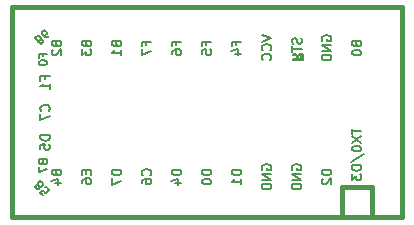
<source format=gbo>
G04 #@! TF.GenerationSoftware,KiCad,Pcbnew,6.0.2+dfsg-1*
G04 #@! TF.CreationDate,2023-02-02T22:31:43+01:00*
G04 #@! TF.ProjectId,keyboard,6b657962-6f61-4726-942e-6b696361645f,rev?*
G04 #@! TF.SameCoordinates,Original*
G04 #@! TF.FileFunction,Legend,Bot*
G04 #@! TF.FilePolarity,Positive*
%FSLAX46Y46*%
G04 Gerber Fmt 4.6, Leading zero omitted, Abs format (unit mm)*
G04 Created by KiCad (PCBNEW 6.0.2+dfsg-1) date 2023-02-02 22:31:43*
%MOMM*%
%LPD*%
G01*
G04 APERTURE LIST*
%ADD10C,0.150000*%
%ADD11C,0.381000*%
%ADD12R,1.752600X1.752600*%
%ADD13C,1.752600*%
%ADD14C,1.900000*%
%ADD15C,3.400000*%
%ADD16C,1.200000*%
%ADD17C,2.000000*%
%ADD18C,1.905000*%
%ADD19R,1.905000X1.905000*%
%ADD20R,1.600000X1.600000*%
%ADD21C,1.600000*%
G04 APERTURE END LIST*
D10*
X177564297Y-125615008D02*
X177658578Y-125662148D01*
X177705719Y-125662148D01*
X177776429Y-125638578D01*
X177847140Y-125567867D01*
X177870710Y-125497157D01*
X177870710Y-125450016D01*
X177847140Y-125379306D01*
X177658578Y-125190744D01*
X177163603Y-125685719D01*
X177328595Y-125850710D01*
X177399306Y-125874280D01*
X177446446Y-125874280D01*
X177517157Y-125850710D01*
X177564297Y-125803570D01*
X177587867Y-125732859D01*
X177587867Y-125685719D01*
X177564297Y-125615008D01*
X177399306Y-125450016D01*
X177894280Y-126416396D02*
X177658578Y-126180693D01*
X177870710Y-125921421D01*
X177870710Y-125968561D01*
X177894280Y-126039272D01*
X178012132Y-126157123D01*
X178082842Y-126180693D01*
X178129983Y-126180693D01*
X178200693Y-126157123D01*
X178318544Y-126039272D01*
X178342115Y-125968561D01*
X178342115Y-125921421D01*
X178318544Y-125850710D01*
X178200693Y-125732859D01*
X178129983Y-125709289D01*
X178082842Y-125709289D01*
X186632857Y-113652333D02*
X186632857Y-113385666D01*
X187051904Y-113385666D02*
X186251904Y-113385666D01*
X186251904Y-113766619D01*
X186251904Y-113995190D02*
X186251904Y-114528523D01*
X187051904Y-114185666D01*
X179012857Y-113595190D02*
X179050952Y-113709476D01*
X179089047Y-113747571D01*
X179165238Y-113785666D01*
X179279523Y-113785666D01*
X179355714Y-113747571D01*
X179393809Y-113709476D01*
X179431904Y-113633285D01*
X179431904Y-113328523D01*
X178631904Y-113328523D01*
X178631904Y-113595190D01*
X178670000Y-113671380D01*
X178708095Y-113709476D01*
X178784285Y-113747571D01*
X178860476Y-113747571D01*
X178936666Y-113709476D01*
X178974761Y-113671380D01*
X179012857Y-113595190D01*
X179012857Y-113328523D01*
X178708095Y-114090428D02*
X178670000Y-114128523D01*
X178631904Y-114204714D01*
X178631904Y-114395190D01*
X178670000Y-114471380D01*
X178708095Y-114509476D01*
X178784285Y-114547571D01*
X178860476Y-114547571D01*
X178974761Y-114509476D01*
X179431904Y-114052333D01*
X179431904Y-114547571D01*
X186975714Y-124707666D02*
X187013809Y-124669571D01*
X187051904Y-124555285D01*
X187051904Y-124479095D01*
X187013809Y-124364809D01*
X186937619Y-124288619D01*
X186861428Y-124250523D01*
X186709047Y-124212428D01*
X186594761Y-124212428D01*
X186442380Y-124250523D01*
X186366190Y-124288619D01*
X186290000Y-124364809D01*
X186251904Y-124479095D01*
X186251904Y-124555285D01*
X186290000Y-124669571D01*
X186328095Y-124707666D01*
X186251904Y-125393380D02*
X186251904Y-125241000D01*
X186290000Y-125164809D01*
X186328095Y-125126714D01*
X186442380Y-125050523D01*
X186594761Y-125012428D01*
X186899523Y-125012428D01*
X186975714Y-125050523D01*
X187013809Y-125088619D01*
X187051904Y-125164809D01*
X187051904Y-125317190D01*
X187013809Y-125393380D01*
X186975714Y-125431476D01*
X186899523Y-125469571D01*
X186709047Y-125469571D01*
X186632857Y-125431476D01*
X186594761Y-125393380D01*
X186556666Y-125317190D01*
X186556666Y-125164809D01*
X186594761Y-125088619D01*
X186632857Y-125050523D01*
X186709047Y-125012428D01*
X184511904Y-124250523D02*
X183711904Y-124250523D01*
X183711904Y-124441000D01*
X183750000Y-124555285D01*
X183826190Y-124631476D01*
X183902380Y-124669571D01*
X184054761Y-124707666D01*
X184169047Y-124707666D01*
X184321428Y-124669571D01*
X184397619Y-124631476D01*
X184473809Y-124555285D01*
X184511904Y-124441000D01*
X184511904Y-124250523D01*
X183711904Y-124974333D02*
X183711904Y-125507666D01*
X184511904Y-125164809D01*
X198990000Y-124231476D02*
X198951904Y-124155285D01*
X198951904Y-124041000D01*
X198990000Y-123926714D01*
X199066190Y-123850523D01*
X199142380Y-123812428D01*
X199294761Y-123774333D01*
X199409047Y-123774333D01*
X199561428Y-123812428D01*
X199637619Y-123850523D01*
X199713809Y-123926714D01*
X199751904Y-124041000D01*
X199751904Y-124117190D01*
X199713809Y-124231476D01*
X199675714Y-124269571D01*
X199409047Y-124269571D01*
X199409047Y-124117190D01*
X199751904Y-124612428D02*
X198951904Y-124612428D01*
X199751904Y-125069571D01*
X198951904Y-125069571D01*
X199751904Y-125450523D02*
X198951904Y-125450523D01*
X198951904Y-125641000D01*
X198990000Y-125755285D01*
X199066190Y-125831476D01*
X199142380Y-125869571D01*
X199294761Y-125907666D01*
X199409047Y-125907666D01*
X199561428Y-125869571D01*
X199637619Y-125831476D01*
X199713809Y-125755285D01*
X199751904Y-125641000D01*
X199751904Y-125450523D01*
X199743809Y-113113546D02*
X199781904Y-113227832D01*
X199781904Y-113418308D01*
X199743809Y-113494499D01*
X199705714Y-113532594D01*
X199629523Y-113570689D01*
X199553333Y-113570689D01*
X199477142Y-113532594D01*
X199439047Y-113494499D01*
X199400952Y-113418308D01*
X199362857Y-113265927D01*
X199324761Y-113189737D01*
X199286666Y-113151641D01*
X199210476Y-113113546D01*
X199134285Y-113113546D01*
X199058095Y-113151641D01*
X199020000Y-113189737D01*
X198981904Y-113265927D01*
X198981904Y-113456403D01*
X199020000Y-113570689D01*
X198981904Y-113799260D02*
X198981904Y-114256403D01*
X199781904Y-114027832D02*
X198981904Y-114027832D01*
X177850000Y-114646666D02*
X177850000Y-114413333D01*
X178216666Y-114413333D02*
X177516666Y-114413333D01*
X177516666Y-114746666D01*
X177516666Y-115146666D02*
X177516666Y-115213333D01*
X177550000Y-115280000D01*
X177583333Y-115313333D01*
X177650000Y-115346666D01*
X177783333Y-115380000D01*
X177950000Y-115380000D01*
X178083333Y-115346666D01*
X178150000Y-115313333D01*
X178183333Y-115280000D01*
X178216666Y-115213333D01*
X178216666Y-115146666D01*
X178183333Y-115080000D01*
X178150000Y-115046666D01*
X178083333Y-115013333D01*
X177950000Y-114980000D01*
X177783333Y-114980000D01*
X177650000Y-115013333D01*
X177583333Y-115046666D01*
X177550000Y-115080000D01*
X177516666Y-115146666D01*
X196411904Y-112852333D02*
X197211904Y-113119000D01*
X196411904Y-113385666D01*
X197135714Y-114109476D02*
X197173809Y-114071380D01*
X197211904Y-113957095D01*
X197211904Y-113880904D01*
X197173809Y-113766619D01*
X197097619Y-113690428D01*
X197021428Y-113652333D01*
X196869047Y-113614238D01*
X196754761Y-113614238D01*
X196602380Y-113652333D01*
X196526190Y-113690428D01*
X196450000Y-113766619D01*
X196411904Y-113880904D01*
X196411904Y-113957095D01*
X196450000Y-114071380D01*
X196488095Y-114109476D01*
X197135714Y-114909476D02*
X197173809Y-114871380D01*
X197211904Y-114757095D01*
X197211904Y-114680904D01*
X197173809Y-114566619D01*
X197097619Y-114490428D01*
X197021428Y-114452333D01*
X196869047Y-114414238D01*
X196754761Y-114414238D01*
X196602380Y-114452333D01*
X196526190Y-114490428D01*
X196450000Y-114566619D01*
X196411904Y-114680904D01*
X196411904Y-114757095D01*
X196450000Y-114871380D01*
X196488095Y-114909476D01*
X178461904Y-121329523D02*
X177661904Y-121329523D01*
X177661904Y-121520000D01*
X177700000Y-121634285D01*
X177776190Y-121710476D01*
X177852380Y-121748571D01*
X178004761Y-121786666D01*
X178119047Y-121786666D01*
X178271428Y-121748571D01*
X178347619Y-121710476D01*
X178423809Y-121634285D01*
X178461904Y-121520000D01*
X178461904Y-121329523D01*
X177661904Y-122510476D02*
X177661904Y-122129523D01*
X178042857Y-122091428D01*
X178004761Y-122129523D01*
X177966666Y-122205714D01*
X177966666Y-122396190D01*
X178004761Y-122472380D01*
X178042857Y-122510476D01*
X178119047Y-122548571D01*
X178309523Y-122548571D01*
X178385714Y-122510476D01*
X178423809Y-122472380D01*
X178461904Y-122396190D01*
X178461904Y-122205714D01*
X178423809Y-122129523D01*
X178385714Y-122091428D01*
X202291904Y-124250523D02*
X201491904Y-124250523D01*
X201491904Y-124441000D01*
X201530000Y-124555285D01*
X201606190Y-124631476D01*
X201682380Y-124669571D01*
X201834761Y-124707666D01*
X201949047Y-124707666D01*
X202101428Y-124669571D01*
X202177619Y-124631476D01*
X202253809Y-124555285D01*
X202291904Y-124441000D01*
X202291904Y-124250523D01*
X201568095Y-125012428D02*
X201530000Y-125050523D01*
X201491904Y-125126714D01*
X201491904Y-125317190D01*
X201530000Y-125393380D01*
X201568095Y-125431476D01*
X201644285Y-125469571D01*
X201720476Y-125469571D01*
X201834761Y-125431476D01*
X202291904Y-124974333D01*
X202291904Y-125469571D01*
X189591904Y-124250523D02*
X188791904Y-124250523D01*
X188791904Y-124441000D01*
X188830000Y-124555285D01*
X188906190Y-124631476D01*
X188982380Y-124669571D01*
X189134761Y-124707666D01*
X189249047Y-124707666D01*
X189401428Y-124669571D01*
X189477619Y-124631476D01*
X189553809Y-124555285D01*
X189591904Y-124441000D01*
X189591904Y-124250523D01*
X189058571Y-125393380D02*
X189591904Y-125393380D01*
X188753809Y-125202904D02*
X189325238Y-125012428D01*
X189325238Y-125507666D01*
X194252857Y-113652333D02*
X194252857Y-113385666D01*
X194671904Y-113385666D02*
X193871904Y-113385666D01*
X193871904Y-113766619D01*
X194138571Y-114414238D02*
X194671904Y-114414238D01*
X193833809Y-114223761D02*
X194405238Y-114033285D01*
X194405238Y-114528523D01*
X191712857Y-113652333D02*
X191712857Y-113385666D01*
X192131904Y-113385666D02*
X191331904Y-113385666D01*
X191331904Y-113766619D01*
X191331904Y-114452333D02*
X191331904Y-114071380D01*
X191712857Y-114033285D01*
X191674761Y-114071380D01*
X191636666Y-114147571D01*
X191636666Y-114338047D01*
X191674761Y-114414238D01*
X191712857Y-114452333D01*
X191789047Y-114490428D01*
X191979523Y-114490428D01*
X192055714Y-114452333D01*
X192093809Y-114414238D01*
X192131904Y-114338047D01*
X192131904Y-114147571D01*
X192093809Y-114071380D01*
X192055714Y-114033285D01*
X196450000Y-124231476D02*
X196411904Y-124155285D01*
X196411904Y-124041000D01*
X196450000Y-123926714D01*
X196526190Y-123850523D01*
X196602380Y-123812428D01*
X196754761Y-123774333D01*
X196869047Y-123774333D01*
X197021428Y-123812428D01*
X197097619Y-123850523D01*
X197173809Y-123926714D01*
X197211904Y-124041000D01*
X197211904Y-124117190D01*
X197173809Y-124231476D01*
X197135714Y-124269571D01*
X196869047Y-124269571D01*
X196869047Y-124117190D01*
X197211904Y-124612428D02*
X196411904Y-124612428D01*
X197211904Y-125069571D01*
X196411904Y-125069571D01*
X197211904Y-125450523D02*
X196411904Y-125450523D01*
X196411904Y-125641000D01*
X196450000Y-125755285D01*
X196526190Y-125831476D01*
X196602380Y-125869571D01*
X196754761Y-125907666D01*
X196869047Y-125907666D01*
X197021428Y-125869571D01*
X197097619Y-125831476D01*
X197173809Y-125755285D01*
X197211904Y-125641000D01*
X197211904Y-125450523D01*
X177850000Y-123596666D02*
X177883333Y-123696666D01*
X177916666Y-123730000D01*
X177983333Y-123763333D01*
X178083333Y-123763333D01*
X178150000Y-123730000D01*
X178183333Y-123696666D01*
X178216666Y-123630000D01*
X178216666Y-123363333D01*
X177516666Y-123363333D01*
X177516666Y-123596666D01*
X177550000Y-123663333D01*
X177583333Y-123696666D01*
X177650000Y-123730000D01*
X177716666Y-123730000D01*
X177783333Y-123696666D01*
X177816666Y-123663333D01*
X177850000Y-123596666D01*
X177850000Y-123363333D01*
X177516666Y-123996666D02*
X177516666Y-124463333D01*
X178216666Y-124163333D01*
X184092857Y-113595190D02*
X184130952Y-113709476D01*
X184169047Y-113747571D01*
X184245238Y-113785666D01*
X184359523Y-113785666D01*
X184435714Y-113747571D01*
X184473809Y-113709476D01*
X184511904Y-113633285D01*
X184511904Y-113328523D01*
X183711904Y-113328523D01*
X183711904Y-113595190D01*
X183750000Y-113671380D01*
X183788095Y-113709476D01*
X183864285Y-113747571D01*
X183940476Y-113747571D01*
X184016666Y-113709476D01*
X184054761Y-113671380D01*
X184092857Y-113595190D01*
X184092857Y-113328523D01*
X184511904Y-114547571D02*
X184511904Y-114090428D01*
X184511904Y-114319000D02*
X183711904Y-114319000D01*
X183826190Y-114242809D01*
X183902380Y-114166619D01*
X183940476Y-114090428D01*
X194671904Y-124250523D02*
X193871904Y-124250523D01*
X193871904Y-124441000D01*
X193910000Y-124555285D01*
X193986190Y-124631476D01*
X194062380Y-124669571D01*
X194214761Y-124707666D01*
X194329047Y-124707666D01*
X194481428Y-124669571D01*
X194557619Y-124631476D01*
X194633809Y-124555285D01*
X194671904Y-124441000D01*
X194671904Y-124250523D01*
X194671904Y-125469571D02*
X194671904Y-125012428D01*
X194671904Y-125241000D02*
X193871904Y-125241000D01*
X193986190Y-125164809D01*
X194062380Y-125088619D01*
X194100476Y-125012428D01*
X179012857Y-124517190D02*
X179050952Y-124631476D01*
X179089047Y-124669571D01*
X179165238Y-124707666D01*
X179279523Y-124707666D01*
X179355714Y-124669571D01*
X179393809Y-124631476D01*
X179431904Y-124555285D01*
X179431904Y-124250523D01*
X178631904Y-124250523D01*
X178631904Y-124517190D01*
X178670000Y-124593380D01*
X178708095Y-124631476D01*
X178784285Y-124669571D01*
X178860476Y-124669571D01*
X178936666Y-124631476D01*
X178974761Y-124593380D01*
X179012857Y-124517190D01*
X179012857Y-124250523D01*
X178898571Y-125393380D02*
X179431904Y-125393380D01*
X178593809Y-125202904D02*
X179165238Y-125012428D01*
X179165238Y-125507666D01*
X178385714Y-119246666D02*
X178423809Y-119208571D01*
X178461904Y-119094285D01*
X178461904Y-119018095D01*
X178423809Y-118903809D01*
X178347619Y-118827619D01*
X178271428Y-118789523D01*
X178119047Y-118751428D01*
X178004761Y-118751428D01*
X177852380Y-118789523D01*
X177776190Y-118827619D01*
X177700000Y-118903809D01*
X177661904Y-119018095D01*
X177661904Y-119094285D01*
X177700000Y-119208571D01*
X177738095Y-119246666D01*
X177661904Y-119513333D02*
X177661904Y-120046666D01*
X178461904Y-119703809D01*
X181552857Y-124288619D02*
X181552857Y-124555285D01*
X181971904Y-124669571D02*
X181971904Y-124288619D01*
X181171904Y-124288619D01*
X181171904Y-124669571D01*
X181171904Y-125355285D02*
X181171904Y-125202904D01*
X181210000Y-125126714D01*
X181248095Y-125088619D01*
X181362380Y-125012428D01*
X181514761Y-124974333D01*
X181819523Y-124974333D01*
X181895714Y-125012428D01*
X181933809Y-125050523D01*
X181971904Y-125126714D01*
X181971904Y-125279095D01*
X181933809Y-125355285D01*
X181895714Y-125393380D01*
X181819523Y-125431476D01*
X181629047Y-125431476D01*
X181552857Y-125393380D01*
X181514761Y-125355285D01*
X181476666Y-125279095D01*
X181476666Y-125126714D01*
X181514761Y-125050523D01*
X181552857Y-125012428D01*
X181629047Y-124974333D01*
X178042857Y-116573333D02*
X178042857Y-116306666D01*
X178461904Y-116306666D02*
X177661904Y-116306666D01*
X177661904Y-116687619D01*
X178461904Y-117411428D02*
X178461904Y-116954285D01*
X178461904Y-117182857D02*
X177661904Y-117182857D01*
X177776190Y-117106666D01*
X177852380Y-117030476D01*
X177890476Y-116954285D01*
X204031904Y-120761395D02*
X204031904Y-121218538D01*
X204831904Y-120989967D02*
X204031904Y-120989967D01*
X204031904Y-121409014D02*
X204831904Y-121942348D01*
X204031904Y-121942348D02*
X204831904Y-121409014D01*
X204031904Y-122399491D02*
X204031904Y-122475681D01*
X204070000Y-122551872D01*
X204108095Y-122589967D01*
X204184285Y-122628062D01*
X204336666Y-122666157D01*
X204527142Y-122666157D01*
X204679523Y-122628062D01*
X204755714Y-122589967D01*
X204793809Y-122551872D01*
X204831904Y-122475681D01*
X204831904Y-122399491D01*
X204793809Y-122323300D01*
X204755714Y-122285205D01*
X204679523Y-122247110D01*
X204527142Y-122209014D01*
X204336666Y-122209014D01*
X204184285Y-122247110D01*
X204108095Y-122285205D01*
X204070000Y-122323300D01*
X204031904Y-122399491D01*
X203993809Y-123580443D02*
X205022380Y-122894729D01*
X204831904Y-123847110D02*
X204031904Y-123847110D01*
X204031904Y-124037586D01*
X204070000Y-124151872D01*
X204146190Y-124228062D01*
X204222380Y-124266157D01*
X204374761Y-124304252D01*
X204489047Y-124304252D01*
X204641428Y-124266157D01*
X204717619Y-124228062D01*
X204793809Y-124151872D01*
X204831904Y-124037586D01*
X204831904Y-123847110D01*
X204031904Y-124570919D02*
X204031904Y-125066157D01*
X204336666Y-124799491D01*
X204336666Y-124913776D01*
X204374761Y-124989967D01*
X204412857Y-125028062D01*
X204489047Y-125066157D01*
X204679523Y-125066157D01*
X204755714Y-125028062D01*
X204793809Y-124989967D01*
X204831904Y-124913776D01*
X204831904Y-124685205D01*
X204793809Y-124609014D01*
X204755714Y-124570919D01*
X192131904Y-124250523D02*
X191331904Y-124250523D01*
X191331904Y-124441000D01*
X191370000Y-124555285D01*
X191446190Y-124631476D01*
X191522380Y-124669571D01*
X191674761Y-124707666D01*
X191789047Y-124707666D01*
X191941428Y-124669571D01*
X192017619Y-124631476D01*
X192093809Y-124555285D01*
X192131904Y-124441000D01*
X192131904Y-124250523D01*
X191331904Y-125202904D02*
X191331904Y-125279095D01*
X191370000Y-125355285D01*
X191408095Y-125393380D01*
X191484285Y-125431476D01*
X191636666Y-125469571D01*
X191827142Y-125469571D01*
X191979523Y-125431476D01*
X192055714Y-125393380D01*
X192093809Y-125355285D01*
X192131904Y-125279095D01*
X192131904Y-125202904D01*
X192093809Y-125126714D01*
X192055714Y-125088619D01*
X191979523Y-125050523D01*
X191827142Y-125012428D01*
X191636666Y-125012428D01*
X191484285Y-125050523D01*
X191408095Y-125088619D01*
X191370000Y-125126714D01*
X191331904Y-125202904D01*
X189172857Y-113652333D02*
X189172857Y-113385666D01*
X189591904Y-113385666D02*
X188791904Y-113385666D01*
X188791904Y-113766619D01*
X188791904Y-114414238D02*
X188791904Y-114261857D01*
X188830000Y-114185666D01*
X188868095Y-114147571D01*
X188982380Y-114071380D01*
X189134761Y-114033285D01*
X189439523Y-114033285D01*
X189515714Y-114071380D01*
X189553809Y-114109476D01*
X189591904Y-114185666D01*
X189591904Y-114338047D01*
X189553809Y-114414238D01*
X189515714Y-114452333D01*
X189439523Y-114490428D01*
X189249047Y-114490428D01*
X189172857Y-114452333D01*
X189134761Y-114414238D01*
X189096666Y-114338047D01*
X189096666Y-114185666D01*
X189134761Y-114109476D01*
X189172857Y-114071380D01*
X189249047Y-114033285D01*
X204412857Y-113595190D02*
X204450952Y-113709476D01*
X204489047Y-113747571D01*
X204565238Y-113785666D01*
X204679523Y-113785666D01*
X204755714Y-113747571D01*
X204793809Y-113709476D01*
X204831904Y-113633285D01*
X204831904Y-113328523D01*
X204031904Y-113328523D01*
X204031904Y-113595190D01*
X204070000Y-113671380D01*
X204108095Y-113709476D01*
X204184285Y-113747571D01*
X204260476Y-113747571D01*
X204336666Y-113709476D01*
X204374761Y-113671380D01*
X204412857Y-113595190D01*
X204412857Y-113328523D01*
X204031904Y-114280904D02*
X204031904Y-114357095D01*
X204070000Y-114433285D01*
X204108095Y-114471380D01*
X204184285Y-114509476D01*
X204336666Y-114547571D01*
X204527142Y-114547571D01*
X204679523Y-114509476D01*
X204755714Y-114471380D01*
X204793809Y-114433285D01*
X204831904Y-114357095D01*
X204831904Y-114280904D01*
X204793809Y-114204714D01*
X204755714Y-114166619D01*
X204679523Y-114128523D01*
X204527142Y-114090428D01*
X204336666Y-114090428D01*
X204184285Y-114128523D01*
X204108095Y-114166619D01*
X204070000Y-114204714D01*
X204031904Y-114280904D01*
X181552857Y-113595190D02*
X181590952Y-113709476D01*
X181629047Y-113747571D01*
X181705238Y-113785666D01*
X181819523Y-113785666D01*
X181895714Y-113747571D01*
X181933809Y-113709476D01*
X181971904Y-113633285D01*
X181971904Y-113328523D01*
X181171904Y-113328523D01*
X181171904Y-113595190D01*
X181210000Y-113671380D01*
X181248095Y-113709476D01*
X181324285Y-113747571D01*
X181400476Y-113747571D01*
X181476666Y-113709476D01*
X181514761Y-113671380D01*
X181552857Y-113595190D01*
X181552857Y-113328523D01*
X181171904Y-114052333D02*
X181171904Y-114547571D01*
X181476666Y-114280904D01*
X181476666Y-114395190D01*
X181514761Y-114471380D01*
X181552857Y-114509476D01*
X181629047Y-114547571D01*
X181819523Y-114547571D01*
X181895714Y-114509476D01*
X181933809Y-114471380D01*
X181971904Y-114395190D01*
X181971904Y-114166619D01*
X181933809Y-114090428D01*
X181895714Y-114052333D01*
X177635008Y-113215702D02*
X177682148Y-113121421D01*
X177682148Y-113074280D01*
X177658578Y-113003570D01*
X177587867Y-112932859D01*
X177517157Y-112909289D01*
X177470016Y-112909289D01*
X177399306Y-112932859D01*
X177210744Y-113121421D01*
X177705719Y-113616396D01*
X177870710Y-113451404D01*
X177894280Y-113380693D01*
X177894280Y-113333553D01*
X177870710Y-113262842D01*
X177823570Y-113215702D01*
X177752859Y-113192132D01*
X177705719Y-113192132D01*
X177635008Y-113215702D01*
X177470016Y-113380693D01*
X178412825Y-112909289D02*
X178318544Y-113003570D01*
X178247834Y-113027140D01*
X178200693Y-113027140D01*
X178082842Y-113003570D01*
X177964991Y-112932859D01*
X177776429Y-112744297D01*
X177752859Y-112673587D01*
X177752859Y-112626446D01*
X177776429Y-112555735D01*
X177870710Y-112461455D01*
X177941421Y-112437884D01*
X177988561Y-112437884D01*
X178059272Y-112461455D01*
X178177123Y-112579306D01*
X178200693Y-112650016D01*
X178200693Y-112697157D01*
X178177123Y-112767867D01*
X178082842Y-112862148D01*
X178012132Y-112885719D01*
X177964991Y-112885719D01*
X177894280Y-112862148D01*
X201530000Y-113309476D02*
X201491904Y-113233285D01*
X201491904Y-113119000D01*
X201530000Y-113004714D01*
X201606190Y-112928523D01*
X201682380Y-112890428D01*
X201834761Y-112852333D01*
X201949047Y-112852333D01*
X202101428Y-112890428D01*
X202177619Y-112928523D01*
X202253809Y-113004714D01*
X202291904Y-113119000D01*
X202291904Y-113195190D01*
X202253809Y-113309476D01*
X202215714Y-113347571D01*
X201949047Y-113347571D01*
X201949047Y-113195190D01*
X202291904Y-113690428D02*
X201491904Y-113690428D01*
X202291904Y-114147571D01*
X201491904Y-114147571D01*
X202291904Y-114528523D02*
X201491904Y-114528523D01*
X201491904Y-114719000D01*
X201530000Y-114833285D01*
X201606190Y-114909476D01*
X201682380Y-114947571D01*
X201834761Y-114985666D01*
X201949047Y-114985666D01*
X202101428Y-114947571D01*
X202177619Y-114909476D01*
X202253809Y-114833285D01*
X202291904Y-114719000D01*
X202291904Y-114528523D01*
D11*
X203200000Y-125730000D02*
X203200000Y-128270000D01*
X205740000Y-125730000D02*
X203200000Y-125730000D01*
X205740000Y-110490000D02*
X208280000Y-110490000D01*
X205740000Y-128270000D02*
X175260000Y-128270000D01*
X208280000Y-128270000D02*
X205740000Y-128270000D01*
X175260000Y-110490000D02*
X205740000Y-110490000D01*
X175260000Y-128270000D02*
X175260000Y-110490000D01*
X205740000Y-125730000D02*
X205740000Y-128270000D01*
X208280000Y-110490000D02*
X208280000Y-128270000D01*
D10*
X199260640Y-114448432D02*
X199060640Y-114448432D01*
X199060640Y-114448432D02*
X199060640Y-114548432D01*
X199060640Y-114548432D02*
X199260640Y-114548432D01*
X199260640Y-114548432D02*
X199260640Y-114448432D01*
G36*
X199260640Y-114548432D02*
G01*
X199060640Y-114548432D01*
X199060640Y-114448432D01*
X199260640Y-114448432D01*
X199260640Y-114548432D01*
G37*
X199260640Y-114548432D02*
X199060640Y-114548432D01*
X199060640Y-114448432D01*
X199260640Y-114448432D01*
X199260640Y-114548432D01*
X199860640Y-114448432D02*
X199760640Y-114448432D01*
X199760640Y-114448432D02*
X199760640Y-114948432D01*
X199760640Y-114948432D02*
X199860640Y-114948432D01*
X199860640Y-114948432D02*
X199860640Y-114448432D01*
G36*
X199860640Y-114948432D02*
G01*
X199760640Y-114948432D01*
X199760640Y-114448432D01*
X199860640Y-114448432D01*
X199860640Y-114948432D01*
G37*
X199860640Y-114948432D02*
X199760640Y-114948432D01*
X199760640Y-114448432D01*
X199860640Y-114448432D01*
X199860640Y-114948432D01*
X199860640Y-114848432D02*
X199060640Y-114848432D01*
X199060640Y-114848432D02*
X199060640Y-114948432D01*
X199060640Y-114948432D02*
X199860640Y-114948432D01*
X199860640Y-114948432D02*
X199860640Y-114848432D01*
G36*
X199860640Y-114948432D02*
G01*
X199060640Y-114948432D01*
X199060640Y-114848432D01*
X199860640Y-114848432D01*
X199860640Y-114948432D01*
G37*
X199860640Y-114948432D02*
X199060640Y-114948432D01*
X199060640Y-114848432D01*
X199860640Y-114848432D01*
X199860640Y-114948432D01*
X199460640Y-114648432D02*
X199360640Y-114648432D01*
X199360640Y-114648432D02*
X199360640Y-114748432D01*
X199360640Y-114748432D02*
X199460640Y-114748432D01*
X199460640Y-114748432D02*
X199460640Y-114648432D01*
G36*
X199460640Y-114748432D02*
G01*
X199360640Y-114748432D01*
X199360640Y-114648432D01*
X199460640Y-114648432D01*
X199460640Y-114748432D01*
G37*
X199460640Y-114748432D02*
X199360640Y-114748432D01*
X199360640Y-114648432D01*
X199460640Y-114648432D01*
X199460640Y-114748432D01*
X199860640Y-114448432D02*
X199560640Y-114448432D01*
X199560640Y-114448432D02*
X199560640Y-114548432D01*
X199560640Y-114548432D02*
X199860640Y-114548432D01*
X199860640Y-114548432D02*
X199860640Y-114448432D01*
G36*
X199860640Y-114548432D02*
G01*
X199560640Y-114548432D01*
X199560640Y-114448432D01*
X199860640Y-114448432D01*
X199860640Y-114548432D01*
G37*
X199860640Y-114548432D02*
X199560640Y-114548432D01*
X199560640Y-114448432D01*
X199860640Y-114448432D01*
X199860640Y-114548432D01*
D12*
X204470000Y-127000000D03*
D13*
X201930000Y-127000000D03*
X199390000Y-127000000D03*
X196850000Y-127000000D03*
X194310000Y-127000000D03*
X191770000Y-127000000D03*
X189230000Y-127000000D03*
X186690000Y-127000000D03*
X184150000Y-127000000D03*
X181610000Y-127000000D03*
X179070000Y-127000000D03*
X176530000Y-126771400D03*
X176530000Y-111760000D03*
X179070000Y-111760000D03*
X181610000Y-111760000D03*
X184150000Y-111760000D03*
X186690000Y-111760000D03*
X189230000Y-111760000D03*
X191770000Y-111760000D03*
X194310000Y-111760000D03*
X196850000Y-111760000D03*
X199390000Y-111760000D03*
X201930000Y-111760000D03*
X204470000Y-111760000D03*
X176530000Y-124460000D03*
X176530000Y-121920000D03*
X176530000Y-119380000D03*
X176530000Y-116840000D03*
X176530000Y-114300000D03*
%LPC*%
D14*
X194846500Y-80415500D03*
D15*
X189346500Y-80415500D03*
D16*
X184126500Y-84615500D03*
D14*
X183846500Y-80415500D03*
D17*
X194346500Y-76615500D03*
X189346500Y-74515500D03*
D18*
X188076500Y-85115500D03*
D19*
X190616500Y-85115500D03*
D16*
X157932750Y-122715500D03*
D15*
X163152750Y-118515500D03*
D14*
X168652750Y-118515500D03*
X157652750Y-118515500D03*
D17*
X168152750Y-114715500D03*
X163152750Y-112615500D03*
D18*
X161882750Y-123215500D03*
D19*
X164422750Y-123215500D03*
D17*
X258402750Y-112615500D03*
D15*
X258402750Y-118515500D03*
D17*
X263402750Y-114715500D03*
D14*
X252902750Y-118515500D03*
X263902750Y-118515500D03*
D16*
X253182750Y-122715500D03*
D18*
X257132750Y-123215500D03*
D19*
X259672750Y-123215500D03*
D17*
X234590250Y-112615500D03*
D15*
X234590250Y-118515500D03*
D17*
X239590250Y-114715500D03*
D14*
X229090250Y-118515500D03*
X240090250Y-118515500D03*
D16*
X229370250Y-122715500D03*
D18*
X233320250Y-123215500D03*
D19*
X235860250Y-123215500D03*
D17*
X91715250Y-112615500D03*
D15*
X91715250Y-118515500D03*
D17*
X96715250Y-114715500D03*
D14*
X86215250Y-118515500D03*
X97215250Y-118515500D03*
D16*
X86495250Y-122715500D03*
D18*
X90445250Y-123215500D03*
D19*
X92985250Y-123215500D03*
D17*
X67902750Y-112615500D03*
D15*
X67902750Y-118515500D03*
D17*
X72902750Y-114715500D03*
D14*
X62402750Y-118515500D03*
X73402750Y-118515500D03*
D16*
X62682750Y-122715500D03*
D18*
X66632750Y-123215500D03*
D19*
X69172750Y-123215500D03*
D17*
X44090250Y-112615500D03*
D15*
X44090250Y-118515500D03*
D17*
X49090250Y-114715500D03*
D14*
X38590250Y-118515500D03*
X49590250Y-118515500D03*
D16*
X38870250Y-122715500D03*
D18*
X42820250Y-123215500D03*
D19*
X45360250Y-123215500D03*
D17*
X282215250Y-93565500D03*
D15*
X282215250Y-99465500D03*
D17*
X287215250Y-95665500D03*
D14*
X276715250Y-99465500D03*
X287715250Y-99465500D03*
D16*
X276995250Y-103665500D03*
D18*
X280945250Y-104165500D03*
D19*
X283485250Y-104165500D03*
D17*
X53615250Y-93565500D03*
D15*
X53615250Y-99465500D03*
D17*
X58615250Y-95665500D03*
D14*
X48115250Y-99465500D03*
X59115250Y-99465500D03*
D16*
X48395250Y-103665500D03*
D18*
X52345250Y-104165500D03*
D19*
X54885250Y-104165500D03*
D17*
X296502750Y-74515500D03*
D15*
X296502750Y-80415500D03*
D17*
X301502750Y-76615500D03*
D14*
X291002750Y-80415500D03*
X302002750Y-80415500D03*
D16*
X291282750Y-84615500D03*
D18*
X295232750Y-85115500D03*
D19*
X297772750Y-85115500D03*
D17*
X48852750Y-74515500D03*
D15*
X48852750Y-80415500D03*
D17*
X53852750Y-76615500D03*
D14*
X43352750Y-80415500D03*
X54352750Y-80415500D03*
D16*
X43632750Y-84615500D03*
D18*
X47582750Y-85115500D03*
D19*
X50122750Y-85115500D03*
D17*
X303646500Y-55465500D03*
D15*
X303646500Y-61365500D03*
D17*
X308646500Y-57565500D03*
D14*
X298146500Y-61365500D03*
X309146500Y-61365500D03*
D16*
X298426500Y-65565500D03*
D18*
X302376500Y-66065500D03*
D19*
X304916500Y-66065500D03*
D17*
X46471500Y-55465500D03*
D15*
X46471500Y-61365500D03*
D17*
X51471500Y-57565500D03*
D14*
X40971500Y-61365500D03*
X51971500Y-61365500D03*
D16*
X41251500Y-65565500D03*
D18*
X45201500Y-66065500D03*
D19*
X47741500Y-66065500D03*
D17*
X298884000Y-36415500D03*
D15*
X298884000Y-42315500D03*
D17*
X303884000Y-38515500D03*
D14*
X293384000Y-42315500D03*
X304384000Y-42315500D03*
D16*
X293664000Y-46515500D03*
D18*
X297614000Y-47015500D03*
D19*
X300154000Y-47015500D03*
D20*
X317500000Y-44540000D03*
D21*
X317500000Y-36740000D03*
D20*
X317500000Y-120740000D03*
D21*
X317500000Y-112940000D03*
D20*
X299720000Y-120740000D03*
D21*
X299720000Y-112940000D03*
D20*
X279400000Y-120740000D03*
D21*
X279400000Y-112940000D03*
D20*
X248920000Y-120740000D03*
D21*
X248920000Y-112940000D03*
D20*
X226060000Y-120740000D03*
D21*
X226060000Y-112940000D03*
D20*
X154940000Y-120740000D03*
D21*
X154940000Y-112940000D03*
D20*
X83820000Y-120740000D03*
D21*
X83820000Y-112940000D03*
D20*
X58420000Y-120740000D03*
D21*
X58420000Y-112940000D03*
D20*
X35560000Y-120740000D03*
D21*
X35560000Y-112940000D03*
D20*
X317500000Y-102960000D03*
D21*
X317500000Y-95160000D03*
D20*
X297180000Y-102960000D03*
D21*
X297180000Y-95160000D03*
D20*
X274320000Y-102960000D03*
D21*
X274320000Y-95160000D03*
D20*
X246380000Y-102960000D03*
D21*
X246380000Y-95160000D03*
D20*
X228600000Y-102960000D03*
D21*
X228600000Y-95160000D03*
D20*
X208280000Y-102960000D03*
D21*
X208280000Y-95160000D03*
D20*
X190500000Y-101995000D03*
D21*
X190500000Y-94195000D03*
D20*
X170180000Y-101995000D03*
D21*
X170180000Y-94195000D03*
D20*
X152400000Y-101995000D03*
D21*
X152400000Y-94195000D03*
D20*
X132080000Y-102960000D03*
D21*
X132080000Y-95160000D03*
D20*
X114300000Y-102960000D03*
D21*
X114300000Y-95160000D03*
D20*
X93980000Y-102960000D03*
D21*
X93980000Y-95160000D03*
D20*
X76200000Y-102960000D03*
D21*
X76200000Y-95160000D03*
D20*
X45720000Y-102960000D03*
D21*
X45720000Y-95160000D03*
D20*
X317500000Y-82640000D03*
D21*
X317500000Y-74840000D03*
D20*
X287020000Y-82640000D03*
D21*
X287020000Y-74840000D03*
D20*
X256540000Y-82640000D03*
D21*
X256540000Y-74840000D03*
D20*
X236220000Y-82640000D03*
D21*
X236220000Y-74840000D03*
D20*
X218440000Y-82640000D03*
D21*
X218440000Y-74840000D03*
D20*
X198120000Y-82640000D03*
D21*
X198120000Y-74840000D03*
D20*
X180340000Y-82640000D03*
D21*
X180340000Y-74840000D03*
D20*
X160020000Y-82640000D03*
D21*
X160020000Y-74840000D03*
D20*
X142240000Y-82640000D03*
D21*
X142240000Y-74840000D03*
D20*
X121920000Y-82640000D03*
D21*
X121920000Y-74840000D03*
D20*
X104140000Y-82740500D03*
D21*
X104140000Y-74940500D03*
D20*
X83820000Y-82640000D03*
D21*
X83820000Y-74840000D03*
D20*
X66040000Y-82640000D03*
D21*
X66040000Y-74840000D03*
D20*
X40640000Y-82640000D03*
D21*
X40640000Y-74840000D03*
D20*
X317500000Y-64860000D03*
D21*
X317500000Y-57060000D03*
D20*
X294640000Y-64860000D03*
D21*
X294640000Y-57060000D03*
D20*
X271780000Y-65825000D03*
D21*
X271780000Y-58025000D03*
D20*
X251460000Y-64860000D03*
D21*
X251460000Y-57060000D03*
X231140000Y-57060000D03*
D20*
X231140000Y-64860000D03*
X213360000Y-64860000D03*
D21*
X213360000Y-57060000D03*
D20*
X195580000Y-64860000D03*
D21*
X195580000Y-57060000D03*
D20*
X175260000Y-64860000D03*
D21*
X175260000Y-57060000D03*
D20*
X157480000Y-64860000D03*
D21*
X157480000Y-57060000D03*
D20*
X137160000Y-64860000D03*
D21*
X137160000Y-57060000D03*
X119380000Y-57060000D03*
D20*
X119380000Y-64860000D03*
X99060000Y-64860000D03*
D21*
X99060000Y-57060000D03*
D20*
X81280000Y-65265500D03*
D21*
X81280000Y-57465500D03*
D20*
X60960000Y-64860000D03*
D21*
X60960000Y-57060000D03*
D20*
X38100000Y-64860000D03*
D21*
X38100000Y-57060000D03*
D20*
X289560000Y-44540000D03*
D21*
X289560000Y-36740000D03*
D20*
X261620000Y-44540000D03*
D21*
X261620000Y-36740000D03*
D20*
X241300000Y-44540000D03*
D21*
X241300000Y-36740000D03*
D20*
X223520000Y-44540000D03*
D21*
X223520000Y-36740000D03*
D20*
X203200000Y-44540000D03*
D21*
X203200000Y-36740000D03*
D20*
X185420000Y-44540000D03*
D21*
X185420000Y-36740000D03*
D20*
X165100000Y-44540000D03*
D21*
X165100000Y-36740000D03*
D20*
X147320000Y-44540000D03*
D21*
X147320000Y-36740000D03*
D20*
X127000000Y-44540000D03*
D21*
X127000000Y-36740000D03*
D20*
X109220000Y-44540000D03*
D21*
X109220000Y-36740000D03*
D20*
X88900000Y-44540000D03*
D21*
X88900000Y-36740000D03*
D20*
X71120000Y-44540000D03*
D21*
X71120000Y-36740000D03*
D20*
X50800000Y-44540000D03*
D21*
X50800000Y-36740000D03*
D20*
X33020000Y-44540000D03*
D21*
X33020000Y-36740000D03*
D16*
X74589000Y-46515500D03*
D14*
X74309000Y-42315500D03*
X85309000Y-42315500D03*
D15*
X79809000Y-42315500D03*
D17*
X84809000Y-38515500D03*
X79809000Y-36415500D03*
D18*
X78539000Y-47015500D03*
D19*
X81079000Y-47015500D03*
D16*
X79351500Y-103665500D03*
D14*
X90071500Y-99465500D03*
D15*
X84571500Y-99465500D03*
D14*
X79071500Y-99465500D03*
D17*
X89571500Y-95665500D03*
X84571500Y-93565500D03*
D18*
X83301500Y-104165500D03*
D19*
X85841500Y-104165500D03*
D16*
X255564000Y-65565500D03*
D15*
X260784000Y-61365500D03*
D14*
X255284000Y-61365500D03*
X266284000Y-61365500D03*
D17*
X265784000Y-57565500D03*
X260784000Y-55465500D03*
D18*
X259514000Y-66065500D03*
D19*
X262054000Y-66065500D03*
D15*
X279834000Y-61365500D03*
D14*
X274334000Y-61365500D03*
X285334000Y-61365500D03*
D16*
X274614000Y-65565500D03*
D17*
X284834000Y-57565500D03*
X279834000Y-55465500D03*
D18*
X278564000Y-66065500D03*
D19*
X281104000Y-66065500D03*
D15*
X327459000Y-118515500D03*
D16*
X322239000Y-122715500D03*
D14*
X321959000Y-118515500D03*
X332959000Y-118515500D03*
D17*
X332459000Y-114715500D03*
X327459000Y-112615500D03*
D18*
X326189000Y-123215500D03*
D19*
X328729000Y-123215500D03*
D16*
X188889000Y-46515500D03*
D15*
X194109000Y-42315500D03*
D14*
X199609000Y-42315500D03*
X188609000Y-42315500D03*
D17*
X199109000Y-38515500D03*
X194109000Y-36415500D03*
D18*
X192839000Y-47015500D03*
D19*
X195379000Y-47015500D03*
D15*
X175059000Y-42315500D03*
D14*
X180559000Y-42315500D03*
X169559000Y-42315500D03*
D16*
X169839000Y-46515500D03*
D17*
X180059000Y-38515500D03*
X175059000Y-36415500D03*
D18*
X173789000Y-47015500D03*
D19*
X176329000Y-47015500D03*
D14*
X250521500Y-99465500D03*
D15*
X256021500Y-99465500D03*
D14*
X261521500Y-99465500D03*
D16*
X250801500Y-103665500D03*
D17*
X261021500Y-95665500D03*
X256021500Y-93565500D03*
D18*
X254751500Y-104165500D03*
D19*
X257291500Y-104165500D03*
D16*
X198414000Y-65565500D03*
D15*
X203634000Y-61365500D03*
D14*
X198134000Y-61365500D03*
X209134000Y-61365500D03*
D17*
X208634000Y-57565500D03*
X203634000Y-55465500D03*
D18*
X202364000Y-66065500D03*
D19*
X204904000Y-66065500D03*
D15*
X213159000Y-42315500D03*
D14*
X218659000Y-42315500D03*
D16*
X207939000Y-46515500D03*
D14*
X207659000Y-42315500D03*
D17*
X218159000Y-38515500D03*
X213159000Y-36415500D03*
D18*
X211889000Y-47015500D03*
D19*
X214429000Y-47015500D03*
D15*
X289359000Y-118515500D03*
D16*
X284139000Y-122715500D03*
D14*
X294859000Y-118515500D03*
X283859000Y-118515500D03*
D17*
X294359000Y-114715500D03*
X289359000Y-112615500D03*
D18*
X288089000Y-123215500D03*
D19*
X290629000Y-123215500D03*
D16*
X117451500Y-103665500D03*
D14*
X128171500Y-99465500D03*
X117171500Y-99465500D03*
D15*
X122671500Y-99465500D03*
D17*
X127671500Y-95665500D03*
X122671500Y-93565500D03*
D18*
X121401500Y-104165500D03*
D19*
X123941500Y-104165500D03*
D14*
X332959000Y-61365500D03*
X321959000Y-61365500D03*
D15*
X327459000Y-61365500D03*
D16*
X322239000Y-65565500D03*
D17*
X332459000Y-57565500D03*
X327459000Y-55465500D03*
D18*
X326189000Y-66065500D03*
D19*
X328729000Y-66065500D03*
D15*
X246496500Y-80415500D03*
D14*
X240996500Y-80415500D03*
D16*
X241276500Y-84615500D03*
D14*
X251996500Y-80415500D03*
D17*
X251496500Y-76615500D03*
X246496500Y-74515500D03*
D18*
X245226500Y-85115500D03*
D19*
X247766500Y-85115500D03*
D15*
X117909000Y-42315500D03*
D16*
X112689000Y-46515500D03*
D14*
X123409000Y-42315500D03*
X112409000Y-42315500D03*
D17*
X122909000Y-38515500D03*
X117909000Y-36415500D03*
D18*
X116639000Y-47015500D03*
D19*
X119179000Y-47015500D03*
D12*
X204470000Y-127000000D03*
D13*
X201930000Y-127000000D03*
X199390000Y-127000000D03*
X196850000Y-127000000D03*
X194310000Y-127000000D03*
X191770000Y-127000000D03*
X189230000Y-127000000D03*
X186690000Y-127000000D03*
X184150000Y-127000000D03*
X181610000Y-127000000D03*
X179070000Y-127000000D03*
X176530000Y-126771400D03*
X176530000Y-111760000D03*
X179070000Y-111760000D03*
X181610000Y-111760000D03*
X184150000Y-111760000D03*
X186690000Y-111760000D03*
X189230000Y-111760000D03*
X191770000Y-111760000D03*
X194310000Y-111760000D03*
X196850000Y-111760000D03*
X199390000Y-111760000D03*
X201930000Y-111760000D03*
X204470000Y-111760000D03*
X176530000Y-124460000D03*
X176530000Y-121920000D03*
X176530000Y-119380000D03*
X176530000Y-116840000D03*
X176530000Y-114300000D03*
D14*
X213896500Y-80415500D03*
X202896500Y-80415500D03*
D16*
X203176500Y-84615500D03*
D15*
X208396500Y-80415500D03*
D17*
X213396500Y-76615500D03*
X208396500Y-74515500D03*
D18*
X207126500Y-85115500D03*
D19*
X209666500Y-85115500D03*
D16*
X150789000Y-46515500D03*
D14*
X150509000Y-42315500D03*
D15*
X156009000Y-42315500D03*
D14*
X161509000Y-42315500D03*
D17*
X161009000Y-38515500D03*
X156009000Y-36415500D03*
D18*
X154739000Y-47015500D03*
D19*
X157279000Y-47015500D03*
D15*
X94096500Y-80415500D03*
D14*
X99596500Y-80415500D03*
X88596500Y-80415500D03*
D16*
X88876500Y-84615500D03*
D17*
X99096500Y-76615500D03*
X94096500Y-74515500D03*
D18*
X92826500Y-85115500D03*
D19*
X95366500Y-85115500D03*
D16*
X174601500Y-103665500D03*
D14*
X185321500Y-99465500D03*
X174321500Y-99465500D03*
D15*
X179821500Y-99465500D03*
D17*
X184821500Y-95665500D03*
X179821500Y-93565500D03*
D18*
X178551500Y-104165500D03*
D19*
X181091500Y-104165500D03*
D15*
X127434000Y-61365500D03*
D14*
X121934000Y-61365500D03*
X132934000Y-61365500D03*
D16*
X122214000Y-65565500D03*
D17*
X132434000Y-57565500D03*
X127434000Y-55465500D03*
D18*
X126164000Y-66065500D03*
D19*
X128704000Y-66065500D03*
D14*
X228184000Y-61365500D03*
X217184000Y-61365500D03*
D16*
X217464000Y-65565500D03*
D15*
X222684000Y-61365500D03*
D17*
X227684000Y-57565500D03*
X222684000Y-55465500D03*
D18*
X221414000Y-66065500D03*
D19*
X223954000Y-66065500D03*
D14*
X136221500Y-99465500D03*
X147221500Y-99465500D03*
D16*
X136501500Y-103665500D03*
D15*
X141721500Y-99465500D03*
D17*
X146721500Y-95665500D03*
X141721500Y-93565500D03*
D18*
X140451500Y-104165500D03*
D19*
X142991500Y-104165500D03*
D16*
X303189000Y-122715500D03*
D14*
X313909000Y-118515500D03*
D15*
X308409000Y-118515500D03*
D14*
X302909000Y-118515500D03*
D17*
X313409000Y-114715500D03*
X308409000Y-112615500D03*
D18*
X307139000Y-123215500D03*
D19*
X309679000Y-123215500D03*
D14*
X155271500Y-99465500D03*
D15*
X160771500Y-99465500D03*
D16*
X155551500Y-103665500D03*
D14*
X166271500Y-99465500D03*
D17*
X165771500Y-95665500D03*
X160771500Y-93565500D03*
D18*
X159501500Y-104165500D03*
D19*
X162041500Y-104165500D03*
D14*
X156746500Y-80415500D03*
D16*
X146026500Y-84615500D03*
D14*
X145746500Y-80415500D03*
D15*
X151246500Y-80415500D03*
D17*
X156246500Y-76615500D03*
X151246500Y-74515500D03*
D18*
X149976500Y-85115500D03*
D19*
X152516500Y-85115500D03*
D16*
X193651500Y-103665500D03*
D14*
X204371500Y-99465500D03*
X193371500Y-99465500D03*
D15*
X198871500Y-99465500D03*
D17*
X203871500Y-95665500D03*
X198871500Y-93565500D03*
D18*
X197601500Y-104165500D03*
D19*
X200141500Y-104165500D03*
D14*
X302909000Y-99465500D03*
D16*
X303189000Y-103665500D03*
D15*
X308409000Y-99465500D03*
D14*
X313909000Y-99465500D03*
D17*
X313409000Y-95665500D03*
X308409000Y-93565500D03*
D18*
X307139000Y-104165500D03*
D19*
X309679000Y-104165500D03*
D15*
X98859000Y-42315500D03*
D16*
X93639000Y-46515500D03*
D14*
X93359000Y-42315500D03*
X104359000Y-42315500D03*
D17*
X103859000Y-38515500D03*
X98859000Y-36415500D03*
D18*
X97589000Y-47015500D03*
D19*
X100129000Y-47015500D03*
D14*
X236234000Y-61365500D03*
D15*
X241734000Y-61365500D03*
D14*
X247234000Y-61365500D03*
D16*
X236514000Y-65565500D03*
D17*
X246734000Y-57565500D03*
X241734000Y-55465500D03*
D18*
X240464000Y-66065500D03*
D19*
X243004000Y-66065500D03*
D16*
X107926500Y-84615500D03*
D14*
X118646500Y-80415500D03*
D15*
X113146500Y-80415500D03*
D14*
X107646500Y-80415500D03*
D17*
X118146500Y-76615500D03*
X113146500Y-74515500D03*
D18*
X111876500Y-85115500D03*
D19*
X114416500Y-85115500D03*
D15*
X70284000Y-61365500D03*
D14*
X75784000Y-61365500D03*
D16*
X65064000Y-65565500D03*
D14*
X64784000Y-61365500D03*
D17*
X75284000Y-57565500D03*
X70284000Y-55465500D03*
D18*
X69014000Y-66065500D03*
D19*
X71554000Y-66065500D03*
D14*
X142459000Y-42315500D03*
X131459000Y-42315500D03*
D16*
X131739000Y-46515500D03*
D15*
X136959000Y-42315500D03*
D17*
X141959000Y-38515500D03*
X136959000Y-36415500D03*
D18*
X135689000Y-47015500D03*
D19*
X138229000Y-47015500D03*
D16*
X69826500Y-84615500D03*
D14*
X69546500Y-80415500D03*
D15*
X75046500Y-80415500D03*
D14*
X80546500Y-80415500D03*
D17*
X80046500Y-76615500D03*
X75046500Y-74515500D03*
D18*
X73776500Y-85115500D03*
D19*
X76316500Y-85115500D03*
D15*
X146484000Y-61365500D03*
D14*
X140984000Y-61365500D03*
X151984000Y-61365500D03*
D16*
X141264000Y-65565500D03*
D17*
X151484000Y-57565500D03*
X146484000Y-55465500D03*
D18*
X145214000Y-66065500D03*
D19*
X147754000Y-66065500D03*
D14*
X94834000Y-61365500D03*
D15*
X89334000Y-61365500D03*
D14*
X83834000Y-61365500D03*
D16*
X84114000Y-65565500D03*
D17*
X94334000Y-57565500D03*
X89334000Y-55465500D03*
D18*
X88064000Y-66065500D03*
D19*
X90604000Y-66065500D03*
D16*
X322239000Y-46515500D03*
D15*
X327459000Y-42315500D03*
D14*
X321959000Y-42315500D03*
X332959000Y-42315500D03*
D17*
X332459000Y-38515500D03*
X327459000Y-36415500D03*
D18*
X326189000Y-47015500D03*
D19*
X328729000Y-47015500D03*
D14*
X109121500Y-99465500D03*
D15*
X103621500Y-99465500D03*
D14*
X98121500Y-99465500D03*
D16*
X98401500Y-103665500D03*
D17*
X108621500Y-95665500D03*
X103621500Y-93565500D03*
D18*
X102351500Y-104165500D03*
D19*
X104891500Y-104165500D03*
D15*
X251259000Y-42315500D03*
D14*
X256759000Y-42315500D03*
X245759000Y-42315500D03*
D16*
X246039000Y-46515500D03*
D17*
X256259000Y-38515500D03*
X251259000Y-36415500D03*
D18*
X249989000Y-47015500D03*
D19*
X252529000Y-47015500D03*
D15*
X170296500Y-80415500D03*
D14*
X164796500Y-80415500D03*
D16*
X165076500Y-84615500D03*
D14*
X175796500Y-80415500D03*
D17*
X175296500Y-76615500D03*
X170296500Y-74515500D03*
D18*
X169026500Y-85115500D03*
D19*
X171566500Y-85115500D03*
D15*
X165534000Y-61365500D03*
D14*
X160034000Y-61365500D03*
D16*
X160314000Y-65565500D03*
D14*
X171034000Y-61365500D03*
D17*
X170534000Y-57565500D03*
X165534000Y-55465500D03*
D18*
X164264000Y-66065500D03*
D19*
X166804000Y-66065500D03*
D14*
X190084000Y-61365500D03*
X179084000Y-61365500D03*
D16*
X179364000Y-65565500D03*
D15*
X184584000Y-61365500D03*
D17*
X189584000Y-57565500D03*
X184584000Y-55465500D03*
D18*
X183314000Y-66065500D03*
D19*
X185854000Y-66065500D03*
D16*
X55539000Y-46515500D03*
D14*
X55259000Y-42315500D03*
D15*
X60759000Y-42315500D03*
D14*
X66259000Y-42315500D03*
D17*
X65759000Y-38515500D03*
X60759000Y-36415500D03*
D18*
X59489000Y-47015500D03*
D19*
X62029000Y-47015500D03*
D15*
X217921500Y-99465500D03*
D14*
X223421500Y-99465500D03*
D16*
X212701500Y-103665500D03*
D14*
X212421500Y-99465500D03*
D17*
X222921500Y-95665500D03*
X217921500Y-93565500D03*
D18*
X216651500Y-104165500D03*
D19*
X219191500Y-104165500D03*
D14*
X231471500Y-99465500D03*
D16*
X231751500Y-103665500D03*
D15*
X236971500Y-99465500D03*
D14*
X242471500Y-99465500D03*
D17*
X241971500Y-95665500D03*
X236971500Y-93565500D03*
D18*
X235701500Y-104165500D03*
D19*
X238241500Y-104165500D03*
D14*
X113884000Y-61365500D03*
X102884000Y-61365500D03*
D16*
X103164000Y-65565500D03*
D15*
X108384000Y-61365500D03*
D17*
X113384000Y-57565500D03*
X108384000Y-55465500D03*
D18*
X107114000Y-66065500D03*
D19*
X109654000Y-66065500D03*
D15*
X327459000Y-99465500D03*
D16*
X322239000Y-103665500D03*
D14*
X332959000Y-99465500D03*
X321959000Y-99465500D03*
D17*
X332459000Y-95665500D03*
X327459000Y-93565500D03*
D18*
X326189000Y-104165500D03*
D19*
X328729000Y-104165500D03*
D16*
X260326500Y-84615500D03*
D15*
X265546500Y-80415500D03*
D14*
X271046500Y-80415500D03*
X260046500Y-80415500D03*
D17*
X270546500Y-76615500D03*
X265546500Y-74515500D03*
D18*
X264276500Y-85115500D03*
D19*
X266816500Y-85115500D03*
D16*
X36489000Y-46515500D03*
D14*
X36209000Y-42315500D03*
X47209000Y-42315500D03*
D15*
X41709000Y-42315500D03*
D17*
X46709000Y-38515500D03*
X41709000Y-36415500D03*
D18*
X40439000Y-47015500D03*
D19*
X42979000Y-47015500D03*
D16*
X322239000Y-84615500D03*
D15*
X327459000Y-80415500D03*
D14*
X332959000Y-80415500D03*
X321959000Y-80415500D03*
D17*
X332459000Y-76615500D03*
X327459000Y-74515500D03*
D18*
X326189000Y-85115500D03*
D19*
X328729000Y-85115500D03*
D14*
X226709000Y-42315500D03*
X237709000Y-42315500D03*
D16*
X226989000Y-46515500D03*
D15*
X232209000Y-42315500D03*
D17*
X237209000Y-38515500D03*
X232209000Y-36415500D03*
D18*
X230939000Y-47015500D03*
D19*
X233479000Y-47015500D03*
D14*
X264809000Y-42315500D03*
D15*
X270309000Y-42315500D03*
D14*
X275809000Y-42315500D03*
D16*
X265089000Y-46515500D03*
D17*
X275309000Y-38515500D03*
X270309000Y-36415500D03*
D18*
X269039000Y-47015500D03*
D19*
X271579000Y-47015500D03*
D16*
X126976500Y-84615500D03*
D15*
X132196500Y-80415500D03*
D14*
X126696500Y-80415500D03*
X137696500Y-80415500D03*
D17*
X137196500Y-76615500D03*
X132196500Y-74515500D03*
D18*
X130926500Y-85115500D03*
D19*
X133466500Y-85115500D03*
D14*
X221946500Y-80415500D03*
X232946500Y-80415500D03*
D15*
X227446500Y-80415500D03*
D16*
X222226500Y-84615500D03*
D17*
X232446500Y-76615500D03*
X227446500Y-74515500D03*
D18*
X226176500Y-85115500D03*
D19*
X228716500Y-85115500D03*
M02*

</source>
